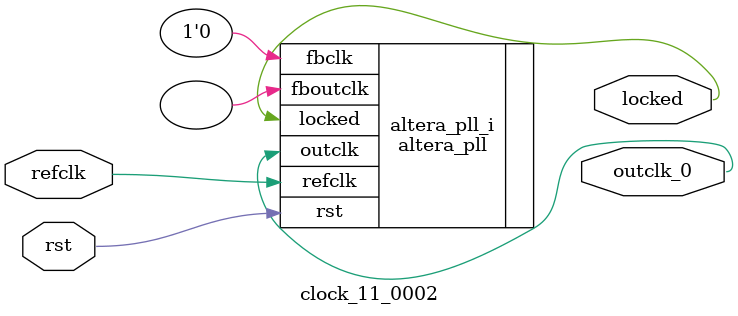
<source format=v>
`timescale 1ns/10ps
module  clock_11_0002(

	// interface 'refclk'
	input wire refclk,

	// interface 'reset'
	input wire rst,

	// interface 'outclk0'
	output wire outclk_0,

	// interface 'locked'
	output wire locked
);

	altera_pll #(
		.fractional_vco_multiplier("false"),
		.reference_clock_frequency("50.0 MHz"),
		.operation_mode("direct"),
		.number_of_clocks(1),
		.output_clock_frequency0("11.288888 MHz"),
		.phase_shift0("0 ps"),
		.duty_cycle0(50),
		.output_clock_frequency1("0 MHz"),
		.phase_shift1("0 ps"),
		.duty_cycle1(50),
		.output_clock_frequency2("0 MHz"),
		.phase_shift2("0 ps"),
		.duty_cycle2(50),
		.output_clock_frequency3("0 MHz"),
		.phase_shift3("0 ps"),
		.duty_cycle3(50),
		.output_clock_frequency4("0 MHz"),
		.phase_shift4("0 ps"),
		.duty_cycle4(50),
		.output_clock_frequency5("0 MHz"),
		.phase_shift5("0 ps"),
		.duty_cycle5(50),
		.output_clock_frequency6("0 MHz"),
		.phase_shift6("0 ps"),
		.duty_cycle6(50),
		.output_clock_frequency7("0 MHz"),
		.phase_shift7("0 ps"),
		.duty_cycle7(50),
		.output_clock_frequency8("0 MHz"),
		.phase_shift8("0 ps"),
		.duty_cycle8(50),
		.output_clock_frequency9("0 MHz"),
		.phase_shift9("0 ps"),
		.duty_cycle9(50),
		.output_clock_frequency10("0 MHz"),
		.phase_shift10("0 ps"),
		.duty_cycle10(50),
		.output_clock_frequency11("0 MHz"),
		.phase_shift11("0 ps"),
		.duty_cycle11(50),
		.output_clock_frequency12("0 MHz"),
		.phase_shift12("0 ps"),
		.duty_cycle12(50),
		.output_clock_frequency13("0 MHz"),
		.phase_shift13("0 ps"),
		.duty_cycle13(50),
		.output_clock_frequency14("0 MHz"),
		.phase_shift14("0 ps"),
		.duty_cycle14(50),
		.output_clock_frequency15("0 MHz"),
		.phase_shift15("0 ps"),
		.duty_cycle15(50),
		.output_clock_frequency16("0 MHz"),
		.phase_shift16("0 ps"),
		.duty_cycle16(50),
		.output_clock_frequency17("0 MHz"),
		.phase_shift17("0 ps"),
		.duty_cycle17(50),
		.pll_type("General"),
		.pll_subtype("General")
	) altera_pll_i (
		.rst	(rst),
		.outclk	({outclk_0}),
		.locked	(locked),
		.fboutclk	( ),
		.fbclk	(1'b0),
		.refclk	(refclk)
	);
endmodule


</source>
